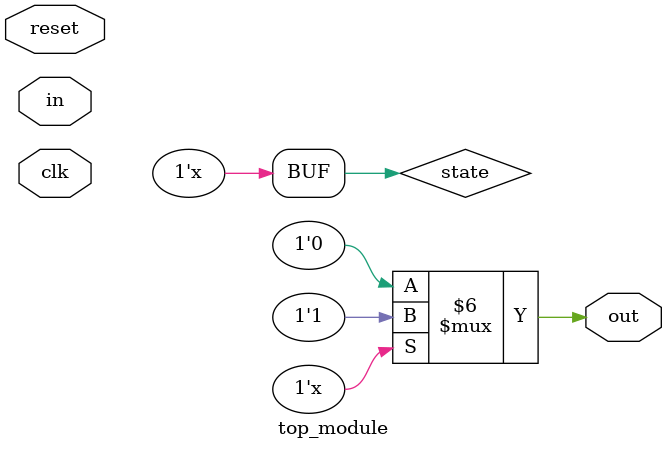
<source format=sv>
module top_module (
    input clk,
    input in,
    input reset,
    output reg out
);

    // Define the states as parameters
    parameter A = 1'b0;
    parameter B = 1'b1;

    // State register
    reg state;

    // Combinational logic block for next state logic
    always @(*) begin
        case (state)
            A: if (in) state = A;
               else state = B;
            B: if (in) state = B;
               else state = A;
        endcase
    end

    // Sequential logic block for state register update
    always @(posedge clk or posedge reset) begin
        if (reset) begin
            state <= B; // Reset to state B
        end
        else begin
            case (state)
                A: if (in) state <= A;
                   else state <= B;
                B: if (in) state <= B;
                   else state <= A;
            endcase
        end
    end
    
    // Output logic
    always @(state) begin
        if (state == B)
            out = 1'b1;
        else
            out = 1'b0;
    end

endmodule

</source>
